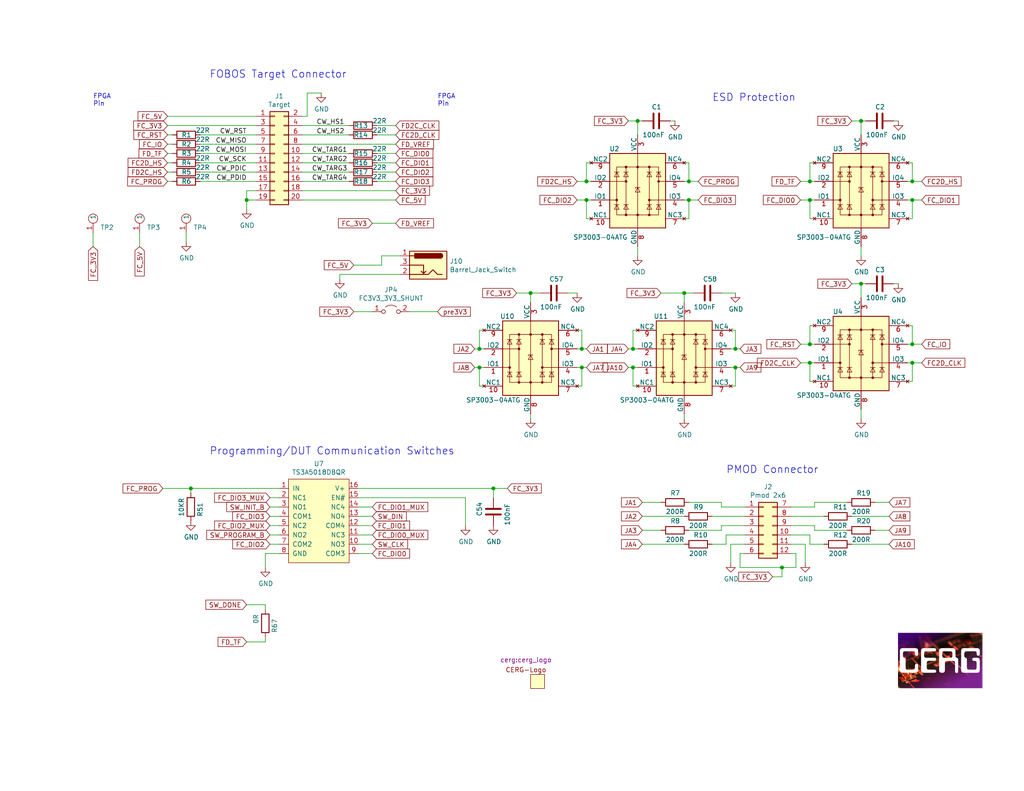
<source format=kicad_sch>
(kicad_sch (version 20211123) (generator eeschema)
  (paper "USLetter")
  (title_block (title "FOBOS Artix-7 a12t DUT - Connectors, IO") (date "2020-07-28") (rev "1.1") (company "Cryptographic Engineering Research Group") (comment 1 "License: Apache License Version 2.0") (comment 2 "Copyright © Cryptographic Engineering Research Group") (comment 3 "Author: Jens-Peter Kaps, Eddie Ferrufino") (comment 4 "Project: FOBOS Artix-7 a12t DUT"))
  (lib_symbols
    (symbol "Connector:Barrel_Jack_Switch" (pin_names hide)
      (property "Reference" "J" (at 0 5.334 0))
      (property "Value" "Barrel_Jack_Switch" (at 0 -5.08 0))
      (symbol "Barrel_Jack_Switch_1_1"
        (pin passive line (at 7.62 2.54 180) (length 2.54) (name "~") (number "1"))
        (pin passive line (at 7.62 -2.54 180) (length 2.54) (name "~") (number "2"))
        (pin passive line (at 7.62 0 180) (length 2.54) (name "~") (number "3"))
      )
    )
    (symbol "Connector_Generic:Conn_02x06_Top_Bottom" (pin_names (offset 1.016) hide)
      (property "Reference" "J" (at 1.27 7.62 0))
      (property "Value" "Conn_02x06_Top_Bottom" (at 1.27 -10.16 0))
      (symbol "Conn_02x06_Top_Bottom_1_1"
        (pin passive line (at -5.08 5.08 0) (length 3.81) (name "Pin_1") (number "1"))
        (pin passive line (at 7.62 -2.54 180) (length 3.81) (name "Pin_10") (number "10"))
        (pin passive line (at 7.62 -5.08 180) (length 3.81) (name "Pin_11") (number "11"))
        (pin passive line (at 7.62 -7.62 180) (length 3.81) (name "Pin_12") (number "12"))
        (pin passive line (at -5.08 2.54 0) (length 3.81) (name "Pin_2") (number "2"))
        (pin passive line (at -5.08 0 0) (length 3.81) (name "Pin_3") (number "3"))
        (pin passive line (at -5.08 -2.54 0) (length 3.81) (name "Pin_4") (number "4"))
        (pin passive line (at -5.08 -5.08 0) (length 3.81) (name "Pin_5") (number "5"))
        (pin passive line (at -5.08 -7.62 0) (length 3.81) (name "Pin_6") (number "6"))
        (pin passive line (at 7.62 5.08 180) (length 3.81) (name "Pin_7") (number "7"))
        (pin passive line (at 7.62 2.54 180) (length 3.81) (name "Pin_8") (number "8"))
        (pin passive line (at 7.62 0 180) (length 3.81) (name "Pin_9") (number "9"))
      )
    )
    (symbol "Connector_Generic:Conn_02x10_Odd_Even" (pin_names (offset 1.016) hide)
      (property "Reference" "J" (at 1.27 12.7 0))
      (property "Value" "Conn_02x10_Odd_Even" (at 1.27 -15.24 0))
      (symbol "Conn_02x10_Odd_Even_1_1"
        (pin passive line (at -5.08 10.16 0) (length 3.81) (name "Pin_1") (number "1"))
        (pin passive line (at 7.62 0 180) (length 3.81) (name "Pin_10") (number "10"))
        (pin passive line (at -5.08 -2.54 0) (length 3.81) (name "Pin_11") (number "11"))
        (pin passive line (at 7.62 -2.54 180) (length 3.81) (name "Pin_12") (number "12"))
        (pin passive line (at -5.08 -5.08 0) (length 3.81) (name "Pin_13") (number "13"))
        (pin passive line (at 7.62 -5.08 180) (length 3.81) (name "Pin_14") (number "14"))
        (pin passive line (at -5.08 -7.62 0) (length 3.81) (name "Pin_15") (number "15"))
        (pin passive line (at 7.62 -7.62 180) (length 3.81) (name "Pin_16") (number "16"))
        (pin passive line (at -5.08 -10.16 0) (length 3.81) (name "Pin_17") (number "17"))
        (pin passive line (at 7.62 -10.16 180) (length 3.81) (name "Pin_18") (number "18"))
        (pin passive line (at -5.08 -12.7 0) (length 3.81) (name "Pin_19") (number "19"))
        (pin passive line (at 7.62 10.16 180) (length 3.81) (name "Pin_2") (number "2"))
        (pin passive line (at 7.62 -12.7 180) (length 3.81) (name "Pin_20") (number "20"))
        (pin passive line (at -5.08 7.62 0) (length 3.81) (name "Pin_3") (number "3"))
        (pin passive line (at 7.62 7.62 180) (length 3.81) (name "Pin_4") (number "4"))
        (pin passive line (at -5.08 5.08 0) (length 3.81) (name "Pin_5") (number "5"))
        (pin passive line (at 7.62 5.08 180) (length 3.81) (name "Pin_6") (number "6"))
        (pin passive line (at -5.08 2.54 0) (length 3.81) (name "Pin_7") (number "7"))
        (pin passive line (at 7.62 2.54 180) (length 3.81) (name "Pin_8") (number "8"))
        (pin passive line (at -5.08 0 0) (length 3.81) (name "Pin_9") (number "9"))
      )
    )
    (symbol "Device:C" (pin_numbers hide) (pin_names (offset 0.254))
      (property "Reference" "C" (at 0.635 2.54 0))
      (property "Value" "C" (at 0.635 -2.54 0))
      (symbol "C_1_1"
        (pin passive line (at 0 3.81 270) (length 2.794) (name "~") (number "1"))
        (pin passive line (at 0 -3.81 90) (length 2.794) (name "~") (number "2"))
      )
    )
    (symbol "Device:R" (pin_numbers hide) (pin_names (offset 0))
      (property "Reference" "R" (at 2.032 0 90))
      (property "Value" "R" (at 0 0 90))
      (symbol "R_1_1"
        (pin passive line (at 0 3.81 270) (length 1.27) (name "~") (number "1"))
        (pin passive line (at 0 -3.81 90) (length 1.27) (name "~") (number "2"))
      )
    )
    (symbol "Jumper:Jumper_2_Open" (pin_names (offset 0) hide)
      (property "Reference" "JP" (at 0 2.794 0))
      (property "Value" "Jumper_2_Open" (at 0 -2.286 0))
      (symbol "Jumper_2_Open_1_1"
        (pin passive line (at -5.08 0 0) (length 2.54) (name "A") (number "1"))
        (pin passive line (at 5.08 0 180) (length 2.54) (name "B") (number "2"))
      )
    )
    (symbol "cerg:5281" (pin_names (offset 1.016))
      (property "Reference" "TP" (at 2.54 -3.81 0))
      (property "Value" "5281" (at 3.81 -1.27 0))
      (symbol "5281_1_1"
        (pin passive line (at 0 -2.54 90) (length 2.54) (name "1") (number "1"))
      )
    )
    (symbol "cerg:CERG-logo" (pin_names (offset 1.016) hide)
      (property "Footprint" "cerg:cerg" (at -2.54 4.445 0))
      (symbol "CERG-logo_0_0"
        (text "CERG-Logo" (at 0 1.27 0) (effects (font (size 1.27 1.27))))
      )
      (symbol "CERG-logo_1_1"
        (pin input line (at -1.27 -2.54 0) (length 2.54) hide (name "dummy") (number "1"))
      )
    )
    (symbol "cerg:SP3003-04ATG" (pin_names (offset 0))
      (property "Reference" "U" (at -6.35 11.43 0))
      (property "Value" "SP3003-04ATG" (at 2.54 -11.43 0))
      (symbol "SP3003-04ATG_1_1"
        (pin passive line (at -12.7 2.54 0) (length 5.08) (name "IO1") (number "1"))
        (pin no_connect line (at -12.7 7.62 0) (length 5.08) (name "NC1") (number "10"))
        (pin passive line (at -12.7 -2.54 0) (length 5.08) (name "IO2") (number "2"))
        (pin passive line (at 0 -15.24 90) (length 5.08) (name "VCC") (number "3"))
        (pin passive line (at 12.7 2.54 180) (length 5.08) (name "IO3") (number "4"))
        (pin passive line (at 12.7 -2.54 180) (length 5.08) (name "IO4") (number "5"))
        (pin no_connect line (at 12.7 -7.62 180) (length 5.08) (name "NC4") (number "6"))
        (pin no_connect line (at 12.7 7.62 180) (length 5.08) (name "NC3") (number "7"))
        (pin passive line (at 0 15.24 270) (length 5.08) (name "GND") (number "8"))
        (pin no_connect line (at -12.7 -7.62 0) (length 5.08) (name "NC2") (number "9"))
      )
    )
    (symbol "cerg:TS3A5018DBQR" (pin_names (offset 1.016))
      (property "Reference" "U" (at 7.62 1.27 0))
      (property "Value" "TS3A5018DBQR" (at 7.62 -24.13 0))
      (symbol "TS3A5018DBQR_1_1"
        (pin passive line (at -2.54 -2.54 0) (length 2.54) (name "IN") (number "1"))
        (pin passive line (at 19.05 -17.78 180) (length 2.54) (name "NO3") (number "10"))
        (pin passive line (at 19.05 -15.24 180) (length 2.54) (name "NC3") (number "11"))
        (pin passive line (at 19.05 -12.7 180) (length 2.54) (name "COM4") (number "12"))
        (pin passive line (at 19.05 -10.16 180) (length 2.54) (name "NO4") (number "13"))
        (pin passive line (at 19.05 -7.62 180) (length 2.54) (name "NC4") (number "14"))
        (pin passive line (at 19.05 -5.08 180) (length 2.54) (name "EN#") (number "15"))
        (pin passive line (at 19.05 -2.54 180) (length 2.54) (name "V+") (number "16"))
        (pin passive line (at -2.54 -5.08 0) (length 2.54) (name "NC1") (number "2"))
        (pin passive line (at -2.54 -7.62 0) (length 2.54) (name "NO1") (number "3"))
        (pin passive line (at -2.54 -10.16 0) (length 2.54) (name "COM1") (number "4"))
        (pin passive line (at -2.54 -12.7 0) (length 2.54) (name "NC2") (number "5"))
        (pin passive line (at -2.54 -15.24 0) (length 2.54) (name "NO2") (number "6"))
        (pin passive line (at -2.54 -17.78 0) (length 2.54) (name "COM2") (number "7"))
        (pin passive line (at -2.54 -20.32 0) (length 2.54) (name "GND") (number "8"))
        (pin passive line (at 19.05 -20.32 180) (length 2.54) (name "COM3") (number "9"))
      )
    )
    (symbol "power:GND" (power) (pin_names (offset 0))
      (property "Value" "GND" (at 0 -3.81 0))
      (symbol "GND_1_1"
        (pin power_in line (at 0 0 270) (length 0) hide (name "GND") (number "1"))
      )
    )
  )
  (junction (at 248.92 93.98))
  (junction (at 173.99 33.02))
  (junction (at 200.66 95.25))
  (junction (at 248.92 54.61))
  (junction (at 220.98 93.98))
  (junction (at 248.92 49.53))
  (junction (at 158.75 100.33))
  (junction (at 186.69 80.01))
  (junction (at 52.07 133.35))
  (junction (at 220.98 99.06))
  (junction (at 220.98 49.53))
  (junction (at 248.92 99.06))
  (junction (at 187.96 54.61))
  (junction (at 134.62 133.35))
  (junction (at 144.78 80.01))
  (junction (at 187.96 49.53))
  (junction (at 234.95 77.47))
  (junction (at 213.36 154.94))
  (junction (at 220.98 54.61))
  (junction (at 234.95 33.02))
  (junction (at 67.31 54.61))
  (junction (at 160.02 49.53))
  (junction (at 158.75 95.25))
  (junction (at 130.81 100.33))
  (junction (at 130.81 95.25))
  (junction (at 200.66 100.33))
  (junction (at 172.72 100.33))
  (junction (at 160.02 54.61))
  (junction (at 172.72 95.25))
  (wire (pts (xy 215.9 146.05) (xy 220.98 146.05)))
  (wire (pts (xy 130.81 90.17) (xy 130.81 95.25)))
  (wire (pts (xy 200.66 90.17) (xy 200.66 95.25)))
  (wire (pts (xy 173.99 90.17) (xy 172.72 90.17)))
  (wire (pts (xy 172.72 105.41) (xy 172.72 100.33)))
  (wire (pts (xy 76.2 133.35) (xy 52.07 133.35)))
  (wire (pts (xy 219.71 148.59) (xy 219.71 153.67)))
  (wire (pts (xy 25.4 67.31) (xy 25.4 63.5)))
  (wire (pts (xy 82.55 34.29) (xy 95.25 34.29)))
  (wire (pts (xy 220.98 54.61) (xy 222.25 54.61)))
  (wire (pts (xy 45.72 44.45) (xy 46.99 44.45)))
  (wire (pts (xy 130.81 95.25) (xy 132.08 95.25)))
  (wire (pts (xy 132.08 105.41) (xy 130.81 105.41)))
  (wire (pts (xy 102.87 46.99) (xy 107.95 46.99)))
  (wire (pts (xy 222.25 104.14) (xy 220.98 104.14)))
  (wire (pts (xy 54.61 46.99) (xy 69.85 46.99)))
  (wire (pts (xy 130.81 100.33) (xy 132.08 100.33)))
  (wire (pts (xy 222.25 143.51) (xy 222.25 144.78)))
  (wire (pts (xy 186.69 80.01) (xy 189.23 80.01)))
  (wire (pts (xy 218.44 99.06) (xy 220.98 99.06)))
  (wire (pts (xy 247.65 93.98) (xy 248.92 93.98)))
  (wire (pts (xy 157.48 90.17) (xy 158.75 90.17)))
  (wire (pts (xy 101.6 85.09) (xy 96.52 85.09)))
  (wire (pts (xy 82.55 49.53) (xy 95.25 49.53)))
  (wire (pts (xy 220.98 44.45) (xy 222.25 44.45)))
  (wire (pts (xy 234.95 69.85) (xy 234.95 67.31)))
  (wire (pts (xy 199.39 100.33) (xy 200.66 100.33)))
  (wire (pts (xy 92.71 74.93) (xy 109.22 74.93)))
  (wire (pts (xy 157.48 54.61) (xy 160.02 54.61)))
  (wire (pts (xy 173.99 67.31) (xy 173.99 69.85)))
  (wire (pts (xy 83.82 31.75) (xy 83.82 25.4)))
  (wire (pts (xy 154.94 80.01) (xy 157.48 80.01)))
  (wire (pts (xy 199.39 90.17) (xy 200.66 90.17)))
  (wire (pts (xy 45.72 41.91) (xy 46.99 41.91)))
  (wire (pts (xy 218.44 93.98) (xy 220.98 93.98)))
  (wire (pts (xy 200.66 100.33) (xy 201.93 100.33)))
  (wire (pts (xy 187.96 54.61) (xy 187.96 59.69)))
  (wire (pts (xy 186.69 148.59) (xy 175.26 148.59)))
  (wire (pts (xy 101.6 151.13) (xy 97.79 151.13)))
  (wire (pts (xy 196.85 137.16) (xy 196.85 138.43)))
  (wire (pts (xy 232.41 77.47) (xy 234.95 77.47)))
  (wire (pts (xy 50.8 66.04) (xy 50.8 63.5)))
  (wire (pts (xy 222.25 144.78) (xy 231.14 144.78)))
  (wire (pts (xy 200.66 95.25) (xy 199.39 95.25)))
  (wire (pts (xy 76.2 138.43) (xy 73.66 138.43)))
  (wire (pts (xy 144.78 80.01) (xy 140.97 80.01)))
  (wire (pts (xy 180.34 137.16) (xy 175.26 137.16)))
  (wire (pts (xy 54.61 44.45) (xy 69.85 44.45)))
  (wire (pts (xy 101.6 60.96) (xy 107.95 60.96)))
  (wire (pts (xy 171.45 33.02) (xy 173.99 33.02)))
  (wire (pts (xy 67.31 52.07) (xy 69.85 52.07)))
  (wire (pts (xy 198.12 146.05) (xy 203.2 146.05)))
  (wire (pts (xy 215.9 138.43) (xy 222.25 138.43)))
  (wire (pts (xy 243.84 77.47) (xy 245.11 77.47)))
  (wire (pts (xy 196.85 138.43) (xy 203.2 138.43)))
  (wire (pts (xy 187.96 49.53) (xy 190.5 49.53)))
  (wire (pts (xy 38.1 67.31) (xy 38.1 63.5)))
  (wire (pts (xy 251.46 99.06) (xy 248.92 99.06)))
  (wire (pts (xy 173.99 105.41) (xy 172.72 105.41)))
  (wire (pts (xy 97.79 133.35) (xy 134.62 133.35)))
  (wire (pts (xy 194.31 148.59) (xy 198.12 148.59)))
  (wire (pts (xy 127 135.89) (xy 127 143.51)))
  (wire (pts (xy 102.87 34.29) (xy 107.95 34.29)))
  (wire (pts (xy 247.65 88.9) (xy 248.92 88.9)))
  (wire (pts (xy 102.87 41.91) (xy 107.95 41.91)))
  (wire (pts (xy 218.44 54.61) (xy 220.98 54.61)))
  (wire (pts (xy 248.92 49.53) (xy 251.46 49.53)))
  (wire (pts (xy 134.62 133.35) (xy 138.43 133.35)))
  (wire (pts (xy 67.31 54.61) (xy 69.85 54.61)))
  (wire (pts (xy 196.85 143.51) (xy 203.2 143.51)))
  (wire (pts (xy 54.61 36.83) (xy 69.85 36.83)))
  (wire (pts (xy 217.17 151.13) (xy 215.9 151.13)))
  (wire (pts (xy 144.78 113.03) (xy 144.78 114.3)))
  (wire (pts (xy 215.9 148.59) (xy 219.71 148.59)))
  (wire (pts (xy 247.65 104.14) (xy 248.92 104.14)))
  (wire (pts (xy 76.2 146.05) (xy 73.66 146.05)))
  (wire (pts (xy 186.69 80.01) (xy 180.34 80.01)))
  (wire (pts (xy 248.92 88.9) (xy 248.92 93.98)))
  (wire (pts (xy 220.98 104.14) (xy 220.98 99.06)))
  (wire (pts (xy 54.61 41.91) (xy 69.85 41.91)))
  (wire (pts (xy 186.69 82.55) (xy 186.69 80.01)))
  (wire (pts (xy 213.36 157.48) (xy 213.36 154.94)))
  (wire (pts (xy 72.39 165.1) (xy 67.31 165.1)))
  (wire (pts (xy 194.31 140.97) (xy 203.2 140.97)))
  (wire (pts (xy 82.55 54.61) (xy 107.95 54.61)))
  (wire (pts (xy 45.72 34.29) (xy 69.85 34.29)))
  (wire (pts (xy 132.08 90.17) (xy 130.81 90.17)))
  (wire (pts (xy 101.6 140.97) (xy 97.79 140.97)))
  (wire (pts (xy 109.22 69.85) (xy 104.14 69.85)))
  (wire (pts (xy 232.41 140.97) (xy 242.57 140.97)))
  (wire (pts (xy 101.6 138.43) (xy 97.79 138.43)))
  (wire (pts (xy 97.79 135.89) (xy 127 135.89)))
  (wire (pts (xy 222.25 137.16) (xy 231.14 137.16)))
  (wire (pts (xy 160.02 54.61) (xy 160.02 59.69)))
  (wire (pts (xy 82.55 44.45) (xy 95.25 44.45)))
  (wire (pts (xy 236.22 33.02) (xy 234.95 33.02)))
  (wire (pts (xy 160.02 49.53) (xy 161.29 49.53)))
  (wire (pts (xy 101.6 146.05) (xy 97.79 146.05)))
  (wire (pts (xy 130.81 105.41) (xy 130.81 100.33)))
  (wire (pts (xy 173.99 33.02) (xy 173.99 36.83)))
  (wire (pts (xy 76.2 140.97) (xy 73.66 140.97)))
  (wire (pts (xy 134.62 135.89) (xy 134.62 133.35)))
  (wire (pts (xy 83.82 25.4) (xy 87.63 25.4)))
  (wire (pts (xy 76.2 151.13) (xy 72.39 151.13)))
  (wire (pts (xy 232.41 33.02) (xy 234.95 33.02)))
  (wire (pts (xy 158.75 105.41) (xy 158.75 100.33)))
  (wire (pts (xy 101.6 148.59) (xy 97.79 148.59)))
  (wire (pts (xy 198.12 148.59) (xy 198.12 146.05)))
  (wire (pts (xy 186.69 49.53) (xy 187.96 49.53)))
  (wire (pts (xy 186.69 44.45) (xy 187.96 44.45)))
  (wire (pts (xy 101.6 143.51) (xy 97.79 143.51)))
  (wire (pts (xy 186.69 140.97) (xy 175.26 140.97)))
  (wire (pts (xy 82.55 36.83) (xy 95.25 36.83)))
  (wire (pts (xy 160.02 59.69) (xy 161.29 59.69)))
  (wire (pts (xy 248.92 44.45) (xy 248.92 49.53)))
  (wire (pts (xy 199.39 105.41) (xy 200.66 105.41)))
  (wire (pts (xy 54.61 49.53) (xy 69.85 49.53)))
  (wire (pts (xy 203.2 151.13) (xy 201.93 151.13)))
  (wire (pts (xy 157.48 49.53) (xy 160.02 49.53)))
  (wire (pts (xy 218.44 49.53) (xy 220.98 49.53)))
  (wire (pts (xy 234.95 114.3) (xy 234.95 111.76)))
  (wire (pts (xy 157.48 100.33) (xy 158.75 100.33)))
  (wire (pts (xy 182.88 33.02) (xy 184.15 33.02)))
  (wire (pts (xy 186.69 54.61) (xy 187.96 54.61)))
  (wire (pts (xy 220.98 93.98) (xy 222.25 93.98)))
  (wire (pts (xy 187.96 144.78) (xy 196.85 144.78)))
  (wire (pts (xy 54.61 39.37) (xy 69.85 39.37)))
  (wire (pts (xy 82.55 46.99) (xy 95.25 46.99)))
  (wire (pts (xy 220.98 99.06) (xy 222.25 99.06)))
  (wire (pts (xy 186.69 113.03) (xy 186.69 114.3)))
  (wire (pts (xy 158.75 90.17) (xy 158.75 95.25)))
  (wire (pts (xy 248.92 104.14) (xy 248.92 99.06)))
  (wire (pts (xy 247.65 49.53) (xy 248.92 49.53)))
  (wire (pts (xy 52.07 134.62) (xy 52.07 133.35)))
  (wire (pts (xy 220.98 148.59) (xy 224.79 148.59)))
  (wire (pts (xy 234.95 33.02) (xy 234.95 36.83)))
  (wire (pts (xy 173.99 100.33) (xy 172.72 100.33)))
  (wire (pts (xy 232.41 148.59) (xy 242.57 148.59)))
  (wire (pts (xy 220.98 59.69) (xy 220.98 54.61)))
  (wire (pts (xy 160.02 49.53) (xy 160.02 44.45)))
  (wire (pts (xy 144.78 82.55) (xy 144.78 80.01)))
  (wire (pts (xy 172.72 100.33) (xy 171.45 100.33)))
  (wire (pts (xy 238.76 144.78) (xy 242.57 144.78)))
  (wire (pts (xy 247.65 59.69) (xy 248.92 59.69)))
  (wire (pts (xy 157.48 105.41) (xy 158.75 105.41)))
  (wire (pts (xy 102.87 49.53) (xy 107.95 49.53)))
  (wire (pts (xy 200.66 105.41) (xy 200.66 100.33)))
  (wire (pts (xy 175.26 33.02) (xy 173.99 33.02)))
  (wire (pts (xy 220.98 146.05) (xy 220.98 148.59)))
  (wire (pts (xy 187.96 137.16) (xy 196.85 137.16)))
  (wire (pts (xy 144.78 80.01) (xy 147.32 80.01)))
  (wire (pts (xy 158.75 100.33) (xy 160.02 100.33)))
  (wire (pts (xy 187.96 44.45) (xy 187.96 49.53)))
  (wire (pts (xy 172.72 95.25) (xy 171.45 95.25)))
  (wire (pts (xy 201.93 154.94) (xy 213.36 154.94)))
  (wire (pts (xy 243.84 33.02) (xy 245.11 33.02)))
  (wire (pts (xy 160.02 95.25) (xy 158.75 95.25)))
  (wire (pts (xy 72.39 173.99) (xy 72.39 175.26)))
  (wire (pts (xy 160.02 54.61) (xy 161.29 54.61)))
  (wire (pts (xy 234.95 77.47) (xy 234.95 81.28)))
  (wire (pts (xy 82.55 41.91) (xy 95.25 41.91)))
  (wire (pts (xy 45.72 49.53) (xy 46.99 49.53)))
  (wire (pts (xy 160.02 44.45) (xy 161.29 44.45)))
  (wire (pts (xy 45.72 31.75) (xy 69.85 31.75)))
  (wire (pts (xy 76.2 143.51) (xy 73.66 143.51)))
  (wire (pts (xy 76.2 148.59) (xy 73.66 148.59)))
  (wire (pts (xy 82.55 31.75) (xy 83.82 31.75)))
  (wire (pts (xy 247.65 44.45) (xy 248.92 44.45)))
  (wire (pts (xy 158.75 95.25) (xy 157.48 95.25)))
  (wire (pts (xy 213.36 154.94) (xy 217.17 154.94)))
  (wire (pts (xy 45.72 39.37) (xy 46.99 39.37)))
  (wire (pts (xy 220.98 44.45) (xy 220.98 49.53)))
  (wire (pts (xy 102.87 44.45) (xy 107.95 44.45)))
  (wire (pts (xy 72.39 166.37) (xy 72.39 165.1)))
  (wire (pts (xy 67.31 54.61) (xy 67.31 52.07)))
  (wire (pts (xy 72.39 151.13) (xy 72.39 154.94)))
  (wire (pts (xy 82.55 39.37) (xy 107.95 39.37)))
  (wire (pts (xy 201.93 95.25) (xy 200.66 95.25)))
  (wire (pts (xy 248.92 59.69) (xy 248.92 54.61)))
  (wire (pts (xy 96.52 72.39) (xy 104.14 72.39)))
  (wire (pts (xy 45.72 36.83) (xy 46.99 36.83)))
  (wire (pts (xy 119.38 85.09) (xy 111.76 85.09)))
  (wire (pts (xy 220.98 93.98) (xy 220.98 88.9)))
  (wire (pts (xy 217.17 154.94) (xy 217.17 151.13)))
  (wire (pts (xy 199.39 148.59) (xy 199.39 153.67)))
  (wire (pts (xy 45.72 46.99) (xy 46.99 46.99)))
  (wire (pts (xy 215.9 140.97) (xy 224.79 140.97)))
  (wire (pts (xy 187.96 59.69) (xy 186.69 59.69)))
  (wire (pts (xy 203.2 148.59) (xy 199.39 148.59)))
  (wire (pts (xy 238.76 137.16) (xy 242.57 137.16)))
  (wire (pts (xy 201.93 151.13) (xy 201.93 154.94)))
  (wire (pts (xy 92.71 76.2) (xy 92.71 74.93)))
  (wire (pts (xy 76.2 135.89) (xy 73.66 135.89)))
  (wire (pts (xy 222.25 138.43) (xy 222.25 137.16)))
  (wire (pts (xy 67.31 57.15) (xy 67.31 54.61)))
  (wire (pts (xy 248.92 54.61) (xy 251.46 54.61)))
  (wire (pts (xy 236.22 77.47) (xy 234.95 77.47)))
  (wire (pts (xy 104.14 69.85) (xy 104.14 72.39)))
  (wire (pts (xy 72.39 175.26) (xy 67.31 175.26)))
  (wire (pts (xy 222.25 59.69) (xy 220.98 59.69)))
  (wire (pts (xy 187.96 54.61) (xy 190.5 54.61)))
  (wire (pts (xy 102.87 36.83) (xy 107.95 36.83)))
  (wire (pts (xy 82.55 52.07) (xy 107.95 52.07)))
  (wire (pts (xy 129.54 95.25) (xy 130.81 95.25)))
  (wire (pts (xy 248.92 93.98) (xy 251.46 93.98)))
  (wire (pts (xy 215.9 143.51) (xy 222.25 143.51)))
  (wire (pts (xy 196.85 144.78) (xy 196.85 143.51)))
  (wire (pts (xy 220.98 49.53) (xy 222.25 49.53)))
  (wire (pts (xy 220.98 88.9) (xy 222.25 88.9)))
  (wire (pts (xy 196.85 80.01) (xy 200.66 80.01)))
  (wire (pts (xy 129.54 100.33) (xy 130.81 100.33)))
  (wire (pts (xy 247.65 54.61) (xy 248.92 54.61)))
  (wire (pts (xy 172.72 90.17) (xy 172.72 95.25)))
  (wire (pts (xy 210.82 157.48) (xy 213.36 157.48)))
  (wire (pts (xy 248.92 99.06) (xy 247.65 99.06)))
  (wire (pts (xy 172.72 95.25) (xy 173.99 95.25)))
  (wire (pts (xy 44.45 133.35) (xy 52.07 133.35)))
  (wire (pts (xy 180.34 144.78) (xy 175.26 144.78)))
  (image (at 256.54 180.34) (scale 0.85))
  (text "Programming/DUT Communication Switches" (at 57.15 124.46 0) (effects (font (size 2.0066 2.0066)) (justify left bottom)))
  (text "FPGA\nPin" (at 119.38 29.21 0) (effects (font (size 1.27 1.27)) (justify left bottom)))
  (text "ESD Protection" (at 194.31 27.94 0) (effects (font (size 2.0066 2.0066)) (justify left bottom)))
  (text "FPGA\nPin" (at 25.4 29.21 0) (effects (font (size 1.27 1.27)) (justify left bottom)))
  (text "PMOD Connector" (at 198.12 129.54 0) (effects (font (size 2.0066 2.0066)) (justify left bottom)))
  (text "FOBOS Target Connector" (at 57.15 21.59 0) (effects (font (size 2.0066 2.0066)) (justify left bottom)))
  (label "CW_TARG2" (at 85.09 44.45 0))
  (label "CW_RST" (at 67.31 36.83 180))
  (label "CW_TARG1" (at 85.09 41.91 0))
  (label "CW_HS2" (at 86.36 36.83 0))
  (label "CW_TARG4" (at 85.09 49.53 0))
  (label "CW_SCK" (at 67.31 44.45 180))
  (label "CW_MOSI" (at 67.31 41.91 180))
  (label "CW_MISO" (at 67.31 39.37 180))
  (label "CW_PDID" (at 67.31 49.53 180))
  (label "CW_PDIC" (at 67.31 46.99 180))
  (label "CW_TARG3" (at 85.09 46.99 0))
  (label "CW_HS1" (at 86.36 34.29 0))
  (global_label "FC_3V3" (shape input) (at 45.72 34.29 180) (property "Intersheet References" "${INTERSHEET_REFS}" (effects hide)))
  (global_label "JA8" (shape input) (at 242.57 140.97 0) (property "Intersheet References" "${INTERSHEET_REFS}" (effects hide)))
  (global_label "FC2D_HS" (shape input) (at 251.46 49.53 0) (property "Intersheet References" "${INTERSHEET_REFS}" (effects hide)))
  (global_label "FC_IO" (shape input) (at 45.72 39.37 180) (property "Intersheet References" "${INTERSHEET_REFS}" (effects hide)))
  (global_label "FC_3V3" (shape input) (at 210.82 157.48 180) (property "Intersheet References" "${INTERSHEET_REFS}" (effects hide)))
  (global_label "FC_3V3" (shape input) (at 96.52 85.09 180) (property "Intersheet References" "${INTERSHEET_REFS}" (effects hide)))
  (global_label "JA10" (shape input) (at 242.57 148.59 0) (property "Intersheet References" "${INTERSHEET_REFS}" (effects hide)))
  (global_label "FC_PROG" (shape input) (at 44.45 133.35 180) (property "Intersheet References" "${INTERSHEET_REFS}" (effects hide)))
  (global_label "JA4" (shape input) (at 171.45 95.25 180) (property "Intersheet References" "${INTERSHEET_REFS}" (effects hide)))
  (global_label "JA1" (shape input) (at 175.26 137.16 180) (property "Intersheet References" "${INTERSHEET_REFS}" (effects hide)))
  (global_label "FC_3V3" (shape input) (at 107.95 52.07 0) (property "Intersheet References" "${INTERSHEET_REFS}" (effects hide)))
  (global_label "FC_3V3" (shape input) (at 101.6 60.96 180) (property "Intersheet References" "${INTERSHEET_REFS}" (effects hide)))
  (global_label "FC_3V3" (shape input) (at 171.45 33.02 180) (property "Intersheet References" "${INTERSHEET_REFS}" (effects hide)))
  (global_label "FC_DIO0_MUX" (shape input) (at 101.6 146.05 0) (property "Intersheet References" "${INTERSHEET_REFS}" (effects hide)))
  (global_label "FC_IO" (shape input) (at 251.46 93.98 0) (property "Intersheet References" "${INTERSHEET_REFS}" (effects hide)))
  (global_label "FC_DIO1" (shape input) (at 107.95 44.45 0) (property "Intersheet References" "${INTERSHEET_REFS}" (effects hide)))
  (global_label "FC_RST" (shape input) (at 218.44 93.98 180) (property "Intersheet References" "${INTERSHEET_REFS}" (effects hide)))
  (global_label "JA10" (shape input) (at 171.45 100.33 180) (property "Intersheet References" "${INTERSHEET_REFS}" (effects hide)))
  (global_label "FC_3V3" (shape input) (at 138.43 133.35 0) (property "Intersheet References" "${INTERSHEET_REFS}" (effects hide)))
  (global_label "FC_PROG" (shape input) (at 190.5 49.53 0) (property "Intersheet References" "${INTERSHEET_REFS}" (effects hide)))
  (global_label "SW_PROGRAM_B" (shape input) (at 73.66 146.05 180) (property "Intersheet References" "${INTERSHEET_REFS}" (effects hide)))
  (global_label "FD2C_CLK" (shape input) (at 218.44 99.06 180) (property "Intersheet References" "${INTERSHEET_REFS}" (effects hide)))
  (global_label "JA1" (shape input) (at 160.02 95.25 0) (property "Intersheet References" "${INTERSHEET_REFS}" (effects hide)))
  (global_label "FC_5V" (shape input) (at 107.95 54.61 0) (property "Intersheet References" "${INTERSHEET_REFS}" (effects hide)))
  (global_label "FC_DIO1" (shape input) (at 101.6 143.51 0) (property "Intersheet References" "${INTERSHEET_REFS}" (effects hide)))
  (global_label "FC2D_CLK" (shape input) (at 107.95 36.83 0) (property "Intersheet References" "${INTERSHEET_REFS}" (effects hide)))
  (global_label "FD_VREF" (shape input) (at 107.95 39.37 0) (property "Intersheet References" "${INTERSHEET_REFS}" (effects hide)))
  (global_label "FC_DIO3" (shape input) (at 190.5 54.61 0) (property "Intersheet References" "${INTERSHEET_REFS}" (effects hide)))
  (global_label "FC_PROG" (shape input) (at 45.72 49.53 180) (property "Intersheet References" "${INTERSHEET_REFS}" (effects hide)))
  (global_label "FC_DIO3" (shape input) (at 107.95 49.53 0) (property "Intersheet References" "${INTERSHEET_REFS}" (effects hide)))
  (global_label "FC_DIO0" (shape input) (at 218.44 54.61 180) (property "Intersheet References" "${INTERSHEET_REFS}" (effects hide)))
  (global_label "JA2" (shape input) (at 129.54 95.25 180) (property "Intersheet References" "${INTERSHEET_REFS}" (effects hide)))
  (global_label "FC_DIO1_MUX" (shape input) (at 101.6 138.43 0) (property "Intersheet References" "${INTERSHEET_REFS}" (effects hide)))
  (global_label "FC_3V3" (shape input) (at 25.4 67.31 270) (property "Intersheet References" "${INTERSHEET_REFS}" (effects hide)))
  (global_label "FD_TF" (shape input) (at 67.31 175.26 180) (property "Intersheet References" "${INTERSHEET_REFS}" (effects hide)))
  (global_label "FC_DIO2" (shape input) (at 107.95 46.99 0) (property "Intersheet References" "${INTERSHEET_REFS}" (effects hide)))
  (global_label "FC_DIO1" (shape input) (at 251.46 54.61 0) (property "Intersheet References" "${INTERSHEET_REFS}" (effects hide)))
  (global_label "FD2C_HS" (shape input) (at 45.72 46.99 180) (property "Intersheet References" "${INTERSHEET_REFS}" (effects hide)))
  (global_label "JA8" (shape input) (at 129.54 100.33 180) (property "Intersheet References" "${INTERSHEET_REFS}" (effects hide)))
  (global_label "pre3V3" (shape input) (at 119.38 85.09 0) (property "Intersheet References" "${INTERSHEET_REFS}" (effects hide)))
  (global_label "FD2C_CLK" (shape input) (at 107.95 34.29 0) (property "Intersheet References" "${INTERSHEET_REFS}" (effects hide)))
  (global_label "FC_DIO0" (shape input) (at 101.6 151.13 0) (property "Intersheet References" "${INTERSHEET_REFS}" (effects hide)))
  (global_label "FC_3V3" (shape input) (at 180.34 80.01 180) (property "Intersheet References" "${INTERSHEET_REFS}" (effects hide)))
  (global_label "SW_CLK" (shape input) (at 101.6 148.59 0) (property "Intersheet References" "${INTERSHEET_REFS}" (effects hide)))
  (global_label "FC_3V3" (shape input) (at 140.97 80.01 180) (property "Intersheet References" "${INTERSHEET_REFS}" (effects hide)))
  (global_label "FC_DIO3_MUX" (shape input) (at 73.66 135.89 180) (property "Intersheet References" "${INTERSHEET_REFS}" (effects hide)))
  (global_label "JA4" (shape input) (at 175.26 148.59 180) (property "Intersheet References" "${INTERSHEET_REFS}" (effects hide)))
  (global_label "FC_DIO0" (shape input) (at 107.95 41.91 0) (property "Intersheet References" "${INTERSHEET_REFS}" (effects hide)))
  (global_label "FC_5V" (shape input) (at 45.72 31.75 180) (property "Intersheet References" "${INTERSHEET_REFS}" (effects hide)))
  (global_label "FC_DIO3" (shape input) (at 73.66 140.97 180) (property "Intersheet References" "${INTERSHEET_REFS}" (effects hide)))
  (global_label "JA9" (shape input) (at 242.57 144.78 0) (property "Intersheet References" "${INTERSHEET_REFS}" (effects hide)))
  (global_label "FC_DIO2_MUX" (shape input) (at 73.66 143.51 180) (property "Intersheet References" "${INTERSHEET_REFS}" (effects hide)))
  (global_label "FC2D_CLK" (shape input) (at 251.46 99.06 0) (property "Intersheet References" "${INTERSHEET_REFS}" (effects hide)))
  (global_label "FC_5V" (shape input) (at 38.1 67.31 270) (property "Intersheet References" "${INTERSHEET_REFS}" (effects hide)))
  (global_label "FD2C_HS" (shape input) (at 157.48 49.53 180) (property "Intersheet References" "${INTERSHEET_REFS}" (effects hide)))
  (global_label "SW_DIN" (shape input) (at 101.6 140.97 0) (property "Intersheet References" "${INTERSHEET_REFS}" (effects hide)))
  (global_label "JA9" (shape input) (at 201.93 100.33 0) (property "Intersheet References" "${INTERSHEET_REFS}" (effects hide)))
  (global_label "FC_DIO2" (shape input) (at 157.48 54.61 180) (property "Intersheet References" "${INTERSHEET_REFS}" (effects hide)))
  (global_label "FC_DIO2" (shape input) (at 73.66 148.59 180) (property "Intersheet References" "${INTERSHEET_REFS}" (effects hide)))
  (global_label "FD_VREF" (shape input) (at 107.95 60.96 0) (property "Intersheet References" "${INTERSHEET_REFS}" (effects hide)))
  (global_label "FC_3V3" (shape input) (at 232.41 77.47 180) (property "Intersheet References" "${INTERSHEET_REFS}" (effects hide)))
  (global_label "JA3" (shape input) (at 201.93 95.25 0) (property "Intersheet References" "${INTERSHEET_REFS}" (effects hide)))
  (global_label "FC2D_HS" (shape input) (at 45.72 44.45 180) (property "Intersheet References" "${INTERSHEET_REFS}" (effects hide)))
  (global_label "SW_INIT_B" (shape input) (at 73.66 138.43 180) (property "Intersheet References" "${INTERSHEET_REFS}" (effects hide)))
  (global_label "FC_3V3" (shape input) (at 232.41 33.02 180) (property "Intersheet References" "${INTERSHEET_REFS}" (effects hide)))
  (global_label "FD_TF" (shape input) (at 45.72 41.91 180) (property "Intersheet References" "${INTERSHEET_REFS}" (effects hide)))
  (global_label "FC_5V" (shape input) (at 96.52 72.39 180) (property "Intersheet References" "${INTERSHEET_REFS}" (effects hide)))
  (global_label "FC_RST" (shape input) (at 45.72 36.83 180) (property "Intersheet References" "${INTERSHEET_REFS}" (effects hide)))
  (global_label "JA7" (shape input) (at 160.02 100.33 0) (property "Intersheet References" "${INTERSHEET_REFS}" (effects hide)))
  (global_label "SW_DONE" (shape input) (at 67.31 165.1 180) (property "Intersheet References" "${INTERSHEET_REFS}" (effects hide)))
  (global_label "FD_TF" (shape input) (at 218.44 49.53 180) (property "Intersheet References" "${INTERSHEET_REFS}" (effects hide)))
  (global_label "JA3" (shape input) (at 175.26 144.78 180) (property "Intersheet References" "${INTERSHEET_REFS}" (effects hide)))
  (global_label "JA7" (shape input) (at 242.57 137.16 0) (property "Intersheet References" "${INTERSHEET_REFS}" (effects hide)))
  (global_label "JA2" (shape input) (at 175.26 140.97 180) (property "Intersheet References" "${INTERSHEET_REFS}" (effects hide)))
  (symbol (lib_id "Connector_Generic:Conn_02x10_Odd_Even") (at 74.93 41.91 0) (unit 1)
    (property "Reference" "J1" (at 76.2 26.2382 0))
    (property "Value" "Target" (at 76.2 28.5496 0))
    (property "Footprint" "Connector_IDC:IDC-Header_2x10_P2.54mm_Horizontal" (effects hide))
    (property "Description" "CONN HEADER R/A 20POS 2.54MM" (effects hide))
    (property "MPN" "61202021721" (effects hide))
    (property "Manufacturer" "Würth Elektronik" (effects hide))
  )
  (symbol (lib_id "power:GND") (at 67.31 57.15 0) (unit 1)
    (property "Reference" "#PWR0101" (effects hide))
    (property "Value" "GND" (at 67.437 61.5442 0))
  )
  (symbol (lib_id "power:GND") (at 87.63 25.4 0) (unit 1)
    (property "Reference" "#PWR0102" (effects hide))
    (property "Value" "GND" (at 87.757 29.7942 0))
  )
  (symbol (lib_id "Device:R") (at 99.06 46.99 270) (unit 1)
    (property "Reference" "R17" (at 96.52 46.99 90) (effects (justify left)))
    (property "Value" "22R" (at 101.6 45.72 90) (effects (justify left)))
    (property "Footprint" "Resistor_SMD:R_0603_1608Metric" (effects hide))
    (property "Description" "RES 22 OHM 5% 1/10W 0603 SMD" (effects hide))
    (property "MPN" "ERJ-U03J220V" (effects hide))
    (property "Manufacturer" "Panasonic Electronic Components" (effects hide))
  )
  (symbol (lib_id "Device:R") (at 50.8 39.37 270) (unit 1)
    (property "Reference" "R2" (at 49.53 39.37 90) (effects (justify left)))
    (property "Value" "22R" (at 53.34 38.1 90) (effects (justify left)))
    (property "Footprint" "Resistor_SMD:R_0603_1608Metric" (effects hide))
    (property "Description" "RES 22 OHM 5% 1/10W 0603 SMD" (effects hide))
    (property "MPN" "ERJ-U03J220V" (effects hide))
    (property "Manufacturer" "Panasonic Electronic Components" (effects hide))
  )
  (symbol (lib_id "Device:R") (at 50.8 44.45 270) (unit 1)
    (property "Reference" "R4" (at 49.53 44.45 90) (effects (justify left)))
    (property "Value" "22R" (at 53.34 43.18 90) (effects (justify left)))
    (property "Footprint" "Resistor_SMD:R_0603_1608Metric" (effects hide))
    (property "Description" "RES 22 OHM 5% 1/10W 0603 SMD" (effects hide))
    (property "MPN" "ERJ-U03J220V" (effects hide))
    (property "Manufacturer" "Panasonic Electronic Components" (effects hide))
  )
  (symbol (lib_id "Device:R") (at 50.8 46.99 270) (unit 1)
    (property "Reference" "R5" (at 49.53 46.99 90) (effects (justify left)))
    (property "Value" "22R" (at 53.34 45.72 90) (effects (justify left)))
    (property "Footprint" "Resistor_SMD:R_0603_1608Metric" (effects hide))
    (property "Description" "RES 22 OHM 5% 1/10W 0603 SMD" (effects hide))
    (property "MPN" "ERJ-U03J220V" (effects hide))
    (property "Manufacturer" "Panasonic Electronic Components" (effects hide))
  )
  (symbol (lib_id "Device:R") (at 50.8 36.83 270) (unit 1)
    (property "Reference" "R1" (at 49.53 36.83 90) (effects (justify left)))
    (property "Value" "22R" (at 53.34 35.56 90) (effects (justify left)))
    (property "Footprint" "Resistor_SMD:R_0603_1608Metric" (effects hide))
    (property "Description" "RES 22 OHM 5% 1/10W 0603 SMD" (effects hide))
    (property "MPN" "ERJ-U03J220V" (effects hide))
    (property "Manufacturer" "Panasonic Electronic Components" (effects hide))
  )
  (symbol (lib_id "Device:R") (at 99.06 44.45 270) (unit 1)
    (property "Reference" "R16" (at 96.52 44.45 90) (effects (justify left)))
    (property "Value" "22R" (at 101.6 43.18 90) (effects (justify left)))
    (property "Footprint" "Resistor_SMD:R_0603_1608Metric" (effects hide))
    (property "Description" "RES 22 OHM 5% 1/10W 0603 SMD" (effects hide))
    (property "MPN" "ERJ-U03J220V" (effects hide))
    (property "Manufacturer" "Panasonic Electronic Components" (effects hide))
  )
  (symbol (lib_id "Device:R") (at 99.06 41.91 270) (unit 1)
    (property "Reference" "R15" (at 96.52 41.91 90) (effects (justify left)))
    (property "Value" "22R" (at 101.6 40.64 90) (effects (justify left)))
    (property "Footprint" "Resistor_SMD:R_0603_1608Metric" (effects hide))
    (property "Description" "RES 22 OHM 5% 1/10W 0603 SMD" (effects hide))
    (property "MPN" "ERJ-U03J220V" (effects hide))
    (property "Manufacturer" "Panasonic Electronic Components" (effects hide))
  )
  (symbol (lib_id "Device:R") (at 99.06 36.83 270) (unit 1)
    (property "Reference" "R14" (at 96.52 36.83 90) (effects (justify left)))
    (property "Value" "22R" (at 101.6 35.56 90) (effects (justify left)))
    (property "Footprint" "Resistor_SMD:R_0603_1608Metric" (effects hide))
    (property "Description" "RES 22 OHM 5% 1/10W 0603 SMD" (effects hide))
    (property "MPN" "ERJ-U03J220V" (effects hide))
    (property "Manufacturer" "Panasonic Electronic Components" (effects hide))
  )
  (symbol (lib_id "Device:R") (at 99.06 34.29 270) (unit 1)
    (property "Reference" "R13" (at 96.52 34.29 90) (effects (justify left)))
    (property "Value" "22R" (at 101.6 33.02 90) (effects (justify left)))
    (property "Footprint" "Resistor_SMD:R_0603_1608Metric" (effects hide))
    (property "Description" "RES 22 OHM 5% 1/10W 0603 SMD" (effects hide))
    (property "MPN" "ERJ-U03J220V" (effects hide))
    (property "Manufacturer" "Panasonic Electronic Components" (effects hide))
  )
  (symbol (lib_id "Device:R") (at 99.06 49.53 270) (unit 1)
    (property "Reference" "R18" (at 96.52 49.53 90) (effects (justify left)))
    (property "Value" "22R" (at 101.6 48.26 90) (effects (justify left)))
    (property "Footprint" "Resistor_SMD:R_0603_1608Metric" (effects hide))
    (property "Description" "RES 22 OHM 5% 1/10W 0603 SMD" (effects hide))
    (property "MPN" "ERJ-U03J220V" (effects hide))
    (property "Manufacturer" "Panasonic Electronic Components" (effects hide))
  )
  (symbol (lib_id "Device:R") (at 50.8 49.53 270) (unit 1)
    (property "Reference" "R6" (at 49.53 49.53 90) (effects (justify left)))
    (property "Value" "22R" (at 53.34 48.26 90) (effects (justify left)))
    (property "Footprint" "Resistor_SMD:R_0603_1608Metric" (effects hide))
    (property "Description" "RES 22 OHM 5% 1/10W 0603 SMD" (effects hide))
    (property "MPN" "ERJ-U03J220V" (effects hide))
    (property "Manufacturer" "Panasonic Electronic Components" (effects hide))
  )
  (symbol (lib_id "cerg:SP3003-04ATG") (at 173.99 52.07 0) (mirror x) (unit 1)
    (property "Reference" "U2" (at 167.64 40.64 0))
    (property "Value" "SP3003-04ATG" (at 163.83 64.77 0))
    (property "Footprint" "Package_SO:MSOP-10_3x3mm_P0.5mm" (effects hide))
    (property "Datasheet" "http://www.onsemi.com/pub/Collateral/SRV05-4-D.PDF" (effects hide))
    (property "Description" "TVS DIODE 6V 15V 10MSOP" (effects hide))
    (property "MPN" "SP3003-04ATG" (effects hide))
    (property "Manufacturer" "Littelfuse Inc." (effects hide))
  )
  (symbol (lib_id "power:GND") (at 173.99 69.85 0) (unit 1)
    (property "Reference" "#PWR0103" (effects hide))
    (property "Value" "GND" (at 174.117 74.2442 0))
  )
  (symbol (lib_id "Device:C") (at 179.07 33.02 270) (unit 1)
    (property "Reference" "C1" (at 177.8 29.21 90) (effects (justify left)))
    (property "Value" "100nF" (at 175.26 36.83 90) (effects (justify left)))
    (property "Footprint" "Capacitor_SMD:C_0603_1608Metric" (effects hide))
    (property "Description" "CAP CER 0.1UF 6.3V X7R 0603" (effects hide))
    (property "MPN" "06036C104KAT4A" (effects hide))
    (property "Manufacturer" "AVX Corporation" (effects hide))
  )
  (symbol (lib_id "power:GND") (at 184.15 33.02 0) (unit 1)
    (property "Reference" "#PWR0104" (effects hide))
    (property "Value" "GND" (at 184.277 37.4142 0))
  )
  (symbol (lib_id "cerg:SP3003-04ATG") (at 234.95 52.07 0) (mirror x) (unit 1)
    (property "Reference" "U3" (at 228.6 40.64 0))
    (property "Value" "SP3003-04ATG" (at 224.79 64.77 0))
    (property "Footprint" "Package_SO:MSOP-10_3x3mm_P0.5mm" (effects hide))
    (property "Datasheet" "http://www.onsemi.com/pub/Collateral/SRV05-4-D.PDF" (effects hide))
    (property "Description" "TVS DIODE 6V 15V 10MSOP" (effects hide))
    (property "MPN" "SP3003-04ATG" (effects hide))
    (property "Manufacturer" "Littelfuse Inc." (effects hide))
  )
  (symbol (lib_id "Connector_Generic:Conn_02x06_Top_Bottom") (at 208.28 143.51 0) (unit 1)
    (property "Reference" "J2" (at 209.55 132.9182 0))
    (property "Value" "Pmod 2x6" (at 209.55 135.2296 0))
    (property "Footprint" "fobos-shield:PinSocket_2x06_P2.54mm_Horizontal_FLipped" (effects hide))
    (property "Description" "CONN HEADER R/A 12POS 2.54MM" (effects hide))
    (property "MPN" "PH2RA-12-UA" (effects hide))
    (property "Manufacturer" "Adam Tech" (effects hide))
  )
  (symbol (lib_id "Device:R") (at 190.5 140.97 270) (unit 1)
    (property "Reference" "R9" (at 189.23 138.43 90) (effects (justify left)))
    (property "Value" "200R" (at 187.96 143.51 90) (effects (justify left)))
    (property "Footprint" "Resistor_SMD:R_0603_1608Metric" (effects hide))
    (property "Description" "RES SMD 200 OHM 0.5% 1/10W 0603" (effects hide))
    (property "MPN" "ERA-3AED201V" (effects hide))
    (property "Manufacturer" "Panasonic Electronic Components" (effects hide))
  )
  (symbol (lib_id "Device:R") (at 184.15 137.16 270) (unit 1)
    (property "Reference" "R7" (at 182.88 134.62 90) (effects (justify left)))
    (property "Value" "200R" (at 181.61 139.7 90) (effects (justify left)))
    (property "Footprint" "Resistor_SMD:R_0603_1608Metric" (effects hide))
    (property "Description" "RES SMD 200 OHM 0.5% 1/10W 0603" (effects hide))
    (property "MPN" "ERA-3AED201V" (effects hide))
    (property "Manufacturer" "Panasonic Electronic Components" (effects hide))
  )
  (symbol (lib_id "Device:R") (at 184.15 144.78 270) (unit 1)
    (property "Reference" "R8" (at 182.88 142.24 90) (effects (justify left)))
    (property "Value" "200R" (at 181.61 147.32 90) (effects (justify left)))
    (property "Footprint" "Resistor_SMD:R_0603_1608Metric" (effects hide))
    (property "Description" "RES SMD 200 OHM 0.5% 1/10W 0603" (effects hide))
    (property "MPN" "ERA-3AED201V" (effects hide))
    (property "Manufacturer" "Panasonic Electronic Components" (effects hide))
  )
  (symbol (lib_id "Device:R") (at 190.5 148.59 270) (unit 1)
    (property "Reference" "R10" (at 189.23 146.05 90) (effects (justify left)))
    (property "Value" "200R" (at 187.96 151.13 90) (effects (justify left)))
    (property "Footprint" "Resistor_SMD:R_0603_1608Metric" (effects hide))
    (property "Description" "RES SMD 200 OHM 0.5% 1/10W 0603" (effects hide))
    (property "MPN" "ERA-3AED201V" (effects hide))
    (property "Manufacturer" "Panasonic Electronic Components" (effects hide))
  )
  (symbol (lib_id "power:GND") (at 199.39 153.67 0) (unit 1)
    (property "Reference" "#PWR0109" (effects hide))
    (property "Value" "GND" (at 199.517 158.0642 0))
  )
  (symbol (lib_id "Device:C") (at 240.03 33.02 270) (unit 1)
    (property "Reference" "C2" (at 238.76 29.21 90) (effects (justify left)))
    (property "Value" "100nF" (at 236.22 36.83 90) (effects (justify left)))
    (property "Footprint" "Capacitor_SMD:C_0603_1608Metric" (effects hide))
    (property "Description" "CAP CER 0.1UF 6.3V X7R 0603" (effects hide))
    (property "MPN" "06036C104KAT4A" (effects hide))
    (property "Manufacturer" "AVX Corporation" (effects hide))
  )
  (symbol (lib_id "power:GND") (at 245.11 33.02 0) (unit 1)
    (property "Reference" "#PWR0105" (effects hide))
    (property "Value" "GND" (at 245.237 37.4142 0))
  )
  (symbol (lib_id "power:GND") (at 234.95 69.85 0) (unit 1)
    (property "Reference" "#PWR0106" (effects hide))
    (property "Value" "GND" (at 235.077 74.2442 0))
  )
  (symbol (lib_id "cerg:SP3003-04ATG") (at 234.95 96.52 0) (mirror x) (unit 1)
    (property "Reference" "U4" (at 228.6 85.09 0))
    (property "Value" "SP3003-04ATG" (at 224.79 107.95 0))
    (property "Footprint" "Package_SO:MSOP-10_3x3mm_P0.5mm" (effects hide))
    (property "Datasheet" "http://www.onsemi.com/pub/Collateral/SRV05-4-D.PDF" (effects hide))
    (property "Description" "TVS DIODE 6V 15V 10MSOP" (effects hide))
    (property "MPN" "SP3003-04ATG" (effects hide))
    (property "Manufacturer" "Littelfuse Inc." (effects hide))
  )
  (symbol (lib_id "power:GND") (at 219.71 153.67 0) (unit 1)
    (property "Reference" "#PWR0110" (effects hide))
    (property "Value" "GND" (at 219.837 158.0642 0))
  )
  (symbol (lib_id "Device:R") (at 228.6 148.59 270) (unit 1)
    (property "Reference" "R12" (at 227.33 146.05 90) (effects (justify left)))
    (property "Value" "200R" (at 226.06 151.13 90) (effects (justify left)))
    (property "Footprint" "Resistor_SMD:R_0603_1608Metric" (effects hide))
    (property "Description" "RES SMD 200 OHM 0.5% 1/10W 0603" (effects hide))
    (property "MPN" "ERA-3AED201V" (effects hide))
    (property "Manufacturer" "Panasonic Electronic Components" (effects hide))
  )
  (symbol (lib_id "Device:R") (at 234.95 144.78 270) (unit 1)
    (property "Reference" "R20" (at 233.68 142.24 90) (effects (justify left)))
    (property "Value" "200R" (at 232.41 147.32 90) (effects (justify left)))
    (property "Footprint" "Resistor_SMD:R_0603_1608Metric" (effects hide))
    (property "Description" "RES SMD 200 OHM 0.5% 1/10W 0603" (effects hide))
    (property "MPN" "ERA-3AED201V" (effects hide))
    (property "Manufacturer" "Panasonic Electronic Components" (effects hide))
  )
  (symbol (lib_id "Device:R") (at 228.6 140.97 270) (unit 1)
    (property "Reference" "R11" (at 227.33 138.43 90) (effects (justify left)))
    (property "Value" "200R" (at 226.06 143.51 90) (effects (justify left)))
    (property "Footprint" "Resistor_SMD:R_0603_1608Metric" (effects hide))
    (property "Description" "RES SMD 200 OHM 0.5% 1/10W 0603" (effects hide))
    (property "MPN" "ERA-3AED201V" (effects hide))
    (property "Manufacturer" "Panasonic Electronic Components" (effects hide))
  )
  (symbol (lib_id "Device:R") (at 234.95 137.16 270) (unit 1)
    (property "Reference" "R19" (at 233.68 134.62 90) (effects (justify left)))
    (property "Value" "200R" (at 232.41 139.7 90) (effects (justify left)))
    (property "Footprint" "Resistor_SMD:R_0603_1608Metric" (effects hide))
    (property "Description" "RES SMD 200 OHM 0.5% 1/10W 0603" (effects hide))
    (property "MPN" "ERA-3AED201V" (effects hide))
    (property "Manufacturer" "Panasonic Electronic Components" (effects hide))
  )
  (symbol (lib_id "Device:R") (at 50.8 41.91 270) (unit 1)
    (property "Reference" "R3" (at 49.53 41.91 90) (effects (justify left)))
    (property "Value" "22R" (at 53.34 40.64 90) (effects (justify left)))
    (property "Footprint" "Resistor_SMD:R_0603_1608Metric" (effects hide))
    (property "Description" "RES 22 OHM 5% 1/10W 0603 SMD" (effects hide))
    (property "MPN" "ERJ-U03J220V" (effects hide))
    (property "Manufacturer" "Panasonic Electronic Components" (effects hide))
  )
  (symbol (lib_id "power:GND") (at 234.95 114.3 0) (unit 1)
    (property "Reference" "#PWR0107" (effects hide))
    (property "Value" "GND" (at 235.077 118.6942 0))
  )
  (symbol (lib_id "Device:C") (at 240.03 77.47 270) (unit 1)
    (property "Reference" "C3" (at 238.76 73.66 90) (effects (justify left)))
    (property "Value" "100nF" (at 236.22 81.28 90) (effects (justify left)))
    (property "Footprint" "Capacitor_SMD:C_0603_1608Metric" (effects hide))
    (property "Description" "CAP CER 0.1UF 6.3V X7R 0603" (effects hide))
    (property "MPN" "06036C104KAT4A" (effects hide))
    (property "Manufacturer" "AVX Corporation" (effects hide))
  )
  (symbol (lib_id "power:GND") (at 245.11 77.47 0) (unit 1)
    (property "Reference" "#PWR0108" (effects hide))
    (property "Value" "GND" (at 245.237 81.8642 0))
  )
  (symbol (lib_id "cerg:5281") (at 25.4 60.96 0) (unit 1)
    (property "Reference" "TP2" (at 27.3812 62.103 0) (effects (justify left)))
    (property "Value" "5281" (effects hide))
    (property "Footprint" "cerg:5281" (effects hide))
    (property "Datasheet" "https://www.keyelco.com/product.cfm/product_id/14628/stepAccess/2813779" (effects hide))
    (property "Description" "TEST POINT (BLACK) - MULTIPURPOS" (effects hide))
    (property "MPN" "5281" (effects hide))
    (property "Manufacturer" "Keystone Electronics" (effects hide))
  )
  (symbol (lib_id "cerg:5281") (at 38.1 60.96 0) (unit 1)
    (property "Reference" "TP3" (at 40.0812 62.103 0) (effects (justify left)))
    (property "Value" "5281" (effects hide))
    (property "Footprint" "cerg:5281" (effects hide))
    (property "Datasheet" "https://www.keyelco.com/product.cfm/product_id/14628/stepAccess/2813779" (effects hide))
    (property "Description" "TEST POINT (BLACK) - MULTIPURPOS" (effects hide))
    (property "MPN" "5281" (effects hide))
    (property "Manufacturer" "Keystone Electronics" (effects hide))
  )
  (symbol (lib_id "cerg:5281") (at 50.8 60.96 0) (unit 1)
    (property "Reference" "TP4" (at 52.7812 62.103 0) (effects (justify left)))
    (property "Value" "5281" (effects hide))
    (property "Footprint" "cerg:5281" (effects hide))
    (property "Datasheet" "https://www.keyelco.com/product.cfm/product_id/14628/stepAccess/2813779" (effects hide))
    (property "Description" "TEST POINT (BLACK) - MULTIPURPOS" (effects hide))
    (property "MPN" "5281" (effects hide))
    (property "Manufacturer" "Keystone Electronics" (effects hide))
  )
  (symbol (lib_id "power:GND") (at 50.8 66.04 0) (unit 1)
    (property "Reference" "#PWR0147" (effects hide))
    (property "Value" "GND" (at 50.927 70.4342 0))
  )
  (symbol (lib_id "Device:R") (at 52.07 138.43 180) (unit 1)
    (property "Reference" "R51" (at 54.61 137.16 90) (effects (justify left)))
    (property "Value" "10KR" (at 49.53 135.89 90) (effects (justify left)))
    (property "Footprint" "Resistor_SMD:R_0603_1608Metric" (effects hide))
    (property "Description" "RES SMD 10K OHM 1% 1/10W 0603" (effects hide))
    (property "MPN" "ERJ-3EKF1002V" (effects hide))
    (property "Manufacturer" "Panasonic Electronic Components" (effects hide))
  )
  (symbol (lib_id "Device:C") (at 134.62 139.7 0) (unit 1)
    (property "Reference" "C54" (at 130.81 140.97 90) (effects (justify left)))
    (property "Value" "100nF" (at 138.43 143.51 90) (effects (justify left)))
    (property "Footprint" "Capacitor_SMD:C_0603_1608Metric" (effects hide))
    (property "Description" "CAP CER 0.1UF 6.3V X7R 0603" (effects hide))
    (property "MPN" "06036C104KAT4A" (effects hide))
    (property "Manufacturer" "AVX Corporation" (effects hide))
  )
  (symbol (lib_id "power:GND") (at 134.62 143.51 0) (unit 1)
    (property "Reference" "#PWR041" (effects hide))
    (property "Value" "GND" (at 134.747 147.9042 0))
  )
  (symbol (lib_id "power:GND") (at 52.07 142.24 0) (unit 1)
    (property "Reference" "#PWR039" (effects hide))
    (property "Value" "GND" (at 52.197 146.6342 0))
  )
  (symbol (lib_id "cerg:TS3A5018DBQR") (at 78.74 130.81 0) (unit 1)
    (property "Reference" "U7" (at 86.995 126.619 0))
    (property "Value" "TS3A5018DBQR" (at 86.995 128.9304 0))
    (property "Footprint" "cerg:SSOP-16_4.0x5.0mm_P0.635mm" (effects hide))
    (property "Datasheet" "https://www.digikey.com/en/products/detail/texas-instruments/TS3A5018DBQR/705733" (effects hide))
    (property "Description" "IC SWITCH QUAD SPDT 16SSOP" (effects hide))
    (property "MPN" "TS3A5018DBQR" (effects hide))
    (property "Manufacturer" "Texas Instruments" (effects hide))
  )
  (symbol (lib_id "Device:R") (at 72.39 170.18 180) (unit 1)
    (property "Reference" "R67" (at 74.93 168.91 90) (effects (justify left)))
    (property "Value" "0R" (at 69.85 167.64 90) (effects (justify left)))
    (property "Footprint" "Resistor_SMD:R_0603_1608Metric" (effects hide))
    (property "Description" "RES 0 OHM JUMPER 1/10W 0603" (effects hide))
    (property "MPN" "RMCF0603ZT0R00" (effects hide))
    (property "Manufacturer" "Stackpole Electronics Inc" (effects hide))
  )
  (symbol (lib_id "power:GND") (at 72.39 154.94 0) (unit 1)
    (property "Reference" "#PWR029" (effects hide))
    (property "Value" "GND" (at 72.517 159.3342 0))
  )
  (symbol (lib_id "cerg:CERG-logo") (at 143.51 184.15 0) (unit 1)
    (property "Reference" "#LOGO2" (effects hide))
    (property "Value" "CERG-logo" (effects hide))
    (property "Footprint" "cerg:cerg_logo" (at 143.51 180.1622 0))
  )
  (symbol (lib_id "Jumper:Jumper_2_Open") (at 106.68 85.09 0) (unit 1)
    (property "Reference" "JP4" (at 106.68 79.121 0))
    (property "Value" "FC3V3_3V3_SHUNT" (at 106.68 81.4324 0))
    (property "Footprint" "Connector_PinHeader_2.54mm:PinHeader_1x02_P2.54mm_Vertical" (effects hide))
    (property "Description" "CONN HEADER VERT 2POS 2.54MM" (effects hide))
    (property "MPN" "10129378-902001BLF" (effects hide))
    (property "Manufacturer" "Amphenol ICC (FCI)" (effects hide))
  )
  (symbol (lib_id "power:GND") (at 92.71 76.2 0) (unit 1)
    (property "Reference" "#PWR030" (effects hide))
    (property "Value" "GND" (at 92.837 80.5942 0))
  )
  (symbol (lib_id "Connector:Barrel_Jack_Switch") (at 116.84 72.39 0) (mirror y) (unit 1)
    (property "Reference" "J10" (at 122.682 71.3232 0) (effects (justify right)))
    (property "Value" "Barrel_Jack_Switch" (at 122.682 73.6346 0) (effects (justify right)))
    (property "Footprint" "cerg:BarrelJack_CUI_PJ-102AH_Horizontal" (effects hide))
  )
  (symbol (lib_id "cerg:SP3003-04ATG") (at 186.69 97.79 0) (mirror x) (unit 1)
    (property "Reference" "U11" (at 180.34 86.36 0))
    (property "Value" "SP3003-04ATG" (at 176.53 109.22 0))
    (property "Footprint" "Package_SO:MSOP-10_3x3mm_P0.5mm" (effects hide))
    (property "Datasheet" "http://www.onsemi.com/pub/Collateral/SRV05-4-D.PDF" (effects hide))
    (property "Description" "TVS DIODE 6V 15V 10MSOP" (effects hide))
    (property "MPN" "SP3003-04ATG" (effects hide))
    (property "Manufacturer" "Littelfuse Inc." (effects hide))
  )
  (symbol (lib_id "cerg:SP3003-04ATG") (at 144.78 97.79 0) (mirror x) (unit 1)
    (property "Reference" "U10" (at 138.43 86.36 0))
    (property "Value" "SP3003-04ATG" (at 134.62 109.22 0))
    (property "Footprint" "Package_SO:MSOP-10_3x3mm_P0.5mm" (effects hide))
    (property "Datasheet" "http://www.onsemi.com/pub/Collateral/SRV05-4-D.PDF" (effects hide))
    (property "Description" "TVS DIODE 6V 15V 10MSOP" (effects hide))
    (property "MPN" "SP3003-04ATG" (effects hide))
    (property "Manufacturer" "Littelfuse Inc." (effects hide))
  )
  (symbol (lib_id "power:GND") (at 144.78 114.3 0) (unit 1)
    (property "Reference" "#PWR0111" (effects hide))
    (property "Value" "GND" (at 144.907 118.6942 0))
  )
  (symbol (lib_id "power:GND") (at 186.69 114.3 0) (unit 1)
    (property "Reference" "#PWR0132" (effects hide))
    (property "Value" "GND" (at 186.817 118.6942 0))
  )
  (symbol (lib_id "Device:C") (at 151.13 80.01 270) (unit 1)
    (property "Reference" "C57" (at 149.86 76.2 90) (effects (justify left)))
    (property "Value" "100nF" (at 147.32 83.82 90) (effects (justify left)))
    (property "Footprint" "Capacitor_SMD:C_0603_1608Metric" (effects hide))
    (property "Description" "CAP CER 0.1UF 6.3V X7R 0603" (effects hide))
    (property "MPN" "06036C104KAT4A" (effects hide))
    (property "Manufacturer" "AVX Corporation" (effects hide))
  )
  (symbol (lib_id "Device:C") (at 193.04 80.01 270) (unit 1)
    (property "Reference" "C58" (at 191.77 76.2 90) (effects (justify left)))
    (property "Value" "100nF" (at 189.23 83.82 90) (effects (justify left)))
    (property "Footprint" "Capacitor_SMD:C_0603_1608Metric" (effects hide))
    (property "Description" "CAP CER 0.1UF 6.3V X7R 0603" (effects hide))
    (property "MPN" "06036C104KAT4A" (effects hide))
    (property "Manufacturer" "AVX Corporation" (effects hide))
  )
  (symbol (lib_id "power:GND") (at 200.66 80.01 0) (unit 1)
    (property "Reference" "#PWR0133" (effects hide))
    (property "Value" "GND" (at 200.787 84.4042 0))
  )
  (symbol (lib_id "power:GND") (at 157.48 80.01 0) (unit 1)
    (property "Reference" "#PWR0134" (effects hide))
    (property "Value" "GND" (at 157.607 84.4042 0))
  )
  (symbol (lib_id "power:GND") (at 127 143.51 0) (unit 1)
    (property "Reference" "#PWR0115" (effects hide))
    (property "Value" "GND" (at 127.127 147.9042 0))
  )
)
</source>
